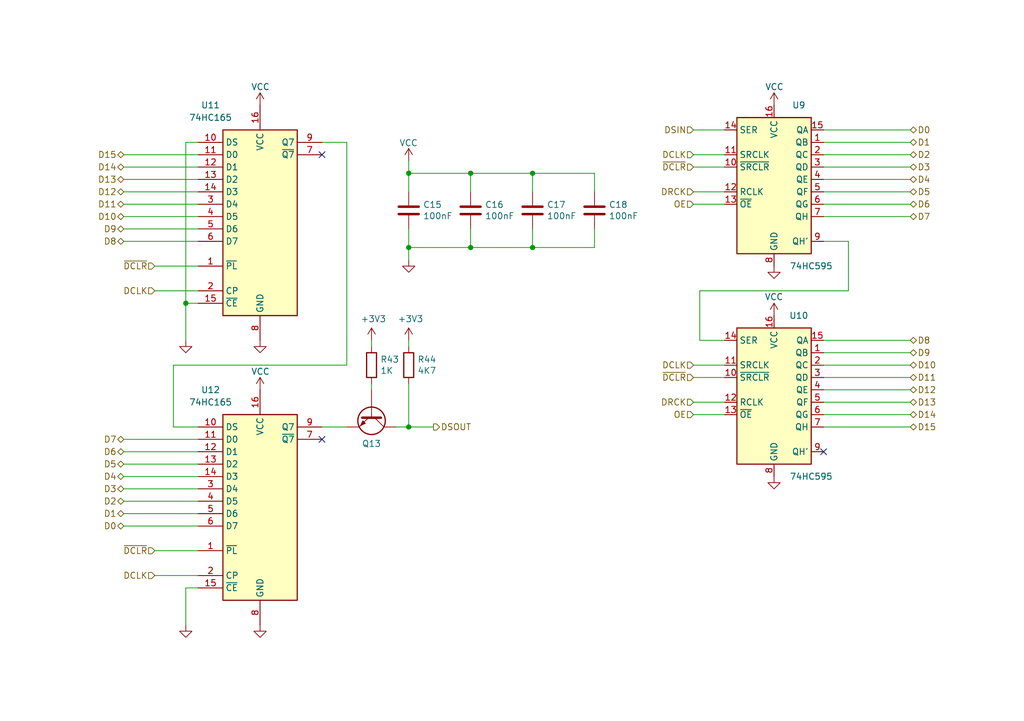
<source format=kicad_sch>
(kicad_sch (version 20211123) (generator eeschema)
  (paper "A5")
  (title_block (title "USB Flash/EPROM Programmer") (date "2022-04-27") (rev "v0.1.0 rev.E") (company "Robson Martins") (comment 1 "https://usbflashprog.robsonmartins.com"))
  (lib_symbols
    (symbol "74xx:74HC165"
      (property "Reference" "U" (at -7.62 19.05 0))
      (property "Value" "74HC165" (at -7.62 -21.59 0))
      (symbol "74HC165_1_0"
        (pin input line (at -12.7 -10.16 0) (length 5.08) (name "~{PL}") (number "1"))
        (pin input line (at -12.7 15.24 0) (length 5.08) (name "DS") (number "10"))
        (pin input line (at -12.7 12.7 0) (length 5.08) (name "D0") (number "11"))
        (pin input line (at -12.7 10.16 0) (length 5.08) (name "D1") (number "12"))
        (pin input line (at -12.7 7.62 0) (length 5.08) (name "D2") (number "13"))
        (pin input line (at -12.7 5.08 0) (length 5.08) (name "D3") (number "14"))
        (pin input line (at -12.7 -17.78 0) (length 5.08) (name "~{CE}") (number "15"))
        (pin power_in line (at 0 22.86 270) (length 5.08) (name "VCC") (number "16"))
        (pin input line (at -12.7 -15.24 0) (length 5.08) (name "CP") (number "2"))
        (pin input line (at -12.7 2.54 0) (length 5.08) (name "D4") (number "3"))
        (pin input line (at -12.7 0 0) (length 5.08) (name "D5") (number "4"))
        (pin input line (at -12.7 -2.54 0) (length 5.08) (name "D6") (number "5"))
        (pin input line (at -12.7 -5.08 0) (length 5.08) (name "D7") (number "6"))
        (pin output line (at 12.7 12.7 180) (length 5.08) (name "~{Q7}") (number "7"))
        (pin power_in line (at 0 -25.4 90) (length 5.08) (name "GND") (number "8"))
        (pin output line (at 12.7 15.24 180) (length 5.08) (name "Q7") (number "9"))
      )
      (symbol "74HC165_1_1"
        (rectangle (start -7.62 17.78) (end 7.62 -20.32) (stroke (width 0.254)) (fill (type background)))
      )
    )
    (symbol "74xx:74HC595"
      (property "Reference" "U" (at -7.62 13.97 0))
      (property "Value" "74HC595" (at -7.62 -16.51 0))
      (symbol "74HC595_1_0"
        (pin tri_state line (at 10.16 7.62 180) (length 2.54) (name "QB") (number "1"))
        (pin input line (at -10.16 2.54 0) (length 2.54) (name "~{SRCLR}") (number "10"))
        (pin input line (at -10.16 5.08 0) (length 2.54) (name "SRCLK") (number "11"))
        (pin input line (at -10.16 -2.54 0) (length 2.54) (name "RCLK") (number "12"))
        (pin input line (at -10.16 -5.08 0) (length 2.54) (name "~{OE}") (number "13"))
        (pin input line (at -10.16 10.16 0) (length 2.54) (name "SER") (number "14"))
        (pin tri_state line (at 10.16 10.16 180) (length 2.54) (name "QA") (number "15"))
        (pin power_in line (at 0 15.24 270) (length 2.54) (name "VCC") (number "16"))
        (pin tri_state line (at 10.16 5.08 180) (length 2.54) (name "QC") (number "2"))
        (pin tri_state line (at 10.16 2.54 180) (length 2.54) (name "QD") (number "3"))
        (pin tri_state line (at 10.16 0 180) (length 2.54) (name "QE") (number "4"))
        (pin tri_state line (at 10.16 -2.54 180) (length 2.54) (name "QF") (number "5"))
        (pin tri_state line (at 10.16 -5.08 180) (length 2.54) (name "QG") (number "6"))
        (pin tri_state line (at 10.16 -7.62 180) (length 2.54) (name "QH") (number "7"))
        (pin power_in line (at 0 -17.78 90) (length 2.54) (name "GND") (number "8"))
        (pin output line (at 10.16 -12.7 180) (length 2.54) (name "QH'") (number "9"))
      )
      (symbol "74HC595_1_1"
        (rectangle (start -7.62 12.7) (end 7.62 -15.24) (stroke (width 0.254)) (fill (type background)))
      )
    )
    (symbol "Device:C" (pin_numbers hide) (pin_names (offset 0.254))
      (property "Reference" "C" (at 0.635 2.54 0))
      (property "Value" "C" (at 0.635 -2.54 0))
      (symbol "C_0_1"
        (polyline (pts (xy -2.032 -0.762) (xy 2.032 -0.762)) (stroke (width 0.508)))
        (polyline (pts (xy -2.032 0.762) (xy 2.032 0.762)) (stroke (width 0.508)))
      )
      (symbol "C_1_1"
        (pin passive line (at 0 3.81 270) (length 2.794) (name "~") (number "1"))
        (pin passive line (at 0 -3.81 90) (length 2.794) (name "~") (number "2"))
      )
    )
    (symbol "Device:R" (pin_numbers hide) (pin_names (offset 0))
      (property "Reference" "R" (at 2.032 0 90))
      (property "Value" "R" (at 0 0 90))
      (symbol "R_0_1"
        (rectangle (start -1.016 -2.54) (end 1.016 2.54) (stroke (width 0.254)))
      )
      (symbol "R_1_1"
        (pin passive line (at 0 3.81 270) (length 1.27) (name "~") (number "1"))
        (pin passive line (at 0 -3.81 90) (length 1.27) (name "~") (number "2"))
      )
    )
    (symbol "Transistor_BJT:BC547" (pin_numbers hide) (pin_names (offset 0) hide)
      (property "Reference" "Q" (at 5.08 1.905 0))
      (property "Value" "BC547" (at 5.08 0 0))
      (symbol "BC547_0_1"
        (polyline (pts (xy 0 0) (xy 0.635 0)))
        (polyline (pts (xy 0.635 0.635) (xy 2.54 2.54)))
        (polyline (pts (xy 0.635 -0.635) (xy 2.54 -2.54) (xy 2.54 -2.54)))
        (polyline (pts (xy 0.635 1.905) (xy 0.635 -1.905) (xy 0.635 -1.905)) (stroke (width 0.508)))
        (polyline (pts (xy 1.27 -1.778) (xy 1.778 -1.27) (xy 2.286 -2.286) (xy 1.27 -1.778) (xy 1.27 -1.778)) (fill (type outline)))
        (circle (center 1.27 0) (radius 2.8194) (stroke (width 0.254)))
      )
      (symbol "BC547_1_1"
        (pin passive line (at 2.54 5.08 270) (length 2.54) (name "C") (number "1"))
        (pin input line (at -5.08 0 0) (length 5.08) (name "B") (number "2"))
        (pin passive line (at 2.54 -5.08 90) (length 2.54) (name "E") (number "3"))
      )
    )
    (symbol "power:+3V3" (power) (pin_names (offset 0))
      (property "Value" "+3V3" (at 0 3.556 0))
      (symbol "+3V3_0_1"
        (polyline (pts (xy -0.762 1.27) (xy 0 2.54)))
        (polyline (pts (xy 0 0) (xy 0 2.54)))
        (polyline (pts (xy 0 2.54) (xy 0.762 1.27)))
      )
      (symbol "+3V3_1_1"
        (pin power_in line (at 0 0 90) (length 0) hide (name "+3V3") (number "1"))
      )
    )
    (symbol "power:GND" (power) (pin_names (offset 0))
      (property "Value" "GND" (at 0 -3.81 0))
      (symbol "GND_0_1"
        (polyline (pts (xy 0 0) (xy 0 -1.27) (xy 1.27 -1.27) (xy 0 -2.54) (xy -1.27 -1.27) (xy 0 -1.27)))
      )
      (symbol "GND_1_1"
        (pin power_in line (at 0 0 270) (length 0) hide (name "GND") (number "1"))
      )
    )
    (symbol "power:VCC" (power) (pin_names (offset 0))
      (property "Value" "VCC" (at 0 3.81 0))
      (symbol "VCC_0_1"
        (polyline (pts (xy -0.762 1.27) (xy 0 2.54)))
        (polyline (pts (xy 0 0) (xy 0 2.54)))
        (polyline (pts (xy 0 2.54) (xy 0.762 1.27)))
      )
      (symbol "VCC_1_1"
        (pin power_in line (at 0 0 90) (length 0) hide (name "VCC") (number "1"))
      )
    )
  )
  (junction (at 109.22 50.8))
  (junction (at 83.82 50.8))
  (junction (at 96.52 35.56))
  (junction (at 83.82 87.63))
  (junction (at 109.22 35.56))
  (junction (at 38.1 62.23))
  (junction (at 96.52 50.8))
  (junction (at 83.82 35.56))
  (no_connect (at 66.04 31.75))
  (no_connect (at 168.91 92.71))
  (no_connect (at 66.04 90.17))
  (wire (pts (xy 25.4 92.71) (xy 40.64 92.71)))
  (wire (pts (xy 109.22 35.56) (xy 121.92 35.56)))
  (wire (pts (xy 168.91 31.75) (xy 186.69 31.75)))
  (wire (pts (xy 40.64 95.25) (xy 25.4 95.25)))
  (wire (pts (xy 168.91 36.83) (xy 186.69 36.83)))
  (wire (pts (xy 168.91 34.29) (xy 186.69 34.29)))
  (wire (pts (xy 142.24 34.29) (xy 148.59 34.29)))
  (wire (pts (xy 40.64 105.41) (xy 25.4 105.41)))
  (wire (pts (xy 142.24 26.67) (xy 148.59 26.67)))
  (wire (pts (xy 66.04 87.63) (xy 71.12 87.63)))
  (wire (pts (xy 83.82 53.34) (xy 83.82 50.8)))
  (wire (pts (xy 83.82 87.63) (xy 83.82 78.74)))
  (wire (pts (xy 31.75 59.69) (xy 40.64 59.69)))
  (wire (pts (xy 83.82 35.56) (xy 83.82 33.02)))
  (wire (pts (xy 66.04 29.21) (xy 71.12 29.21)))
  (wire (pts (xy 38.1 62.23) (xy 40.64 62.23)))
  (wire (pts (xy 109.22 50.8) (xy 121.92 50.8)))
  (wire (pts (xy 168.91 26.67) (xy 186.69 26.67)))
  (wire (pts (xy 168.91 74.93) (xy 186.69 74.93)))
  (wire (pts (xy 143.51 59.69) (xy 173.99 59.69)))
  (wire (pts (xy 121.92 50.8) (xy 121.92 46.99)))
  (wire (pts (xy 96.52 35.56) (xy 109.22 35.56)))
  (wire (pts (xy 40.64 39.37) (xy 25.4 39.37)))
  (wire (pts (xy 142.24 77.47) (xy 148.59 77.47)))
  (wire (pts (xy 96.52 46.99) (xy 96.52 50.8)))
  (wire (pts (xy 148.59 69.85) (xy 143.51 69.85)))
  (wire (pts (xy 109.22 39.37) (xy 109.22 35.56)))
  (wire (pts (xy 31.75 54.61) (xy 40.64 54.61)))
  (wire (pts (xy 168.91 44.45) (xy 186.69 44.45)))
  (wire (pts (xy 40.64 100.33) (xy 25.4 100.33)))
  (wire (pts (xy 168.91 41.91) (xy 186.69 41.91)))
  (wire (pts (xy 168.91 82.55) (xy 186.69 82.55)))
  (wire (pts (xy 38.1 29.21) (xy 38.1 62.23)))
  (wire (pts (xy 96.52 39.37) (xy 96.52 35.56)))
  (wire (pts (xy 40.64 34.29) (xy 25.4 34.29)))
  (wire (pts (xy 76.2 80.01) (xy 76.2 78.74)))
  (wire (pts (xy 83.82 50.8) (xy 96.52 50.8)))
  (wire (pts (xy 31.75 113.03) (xy 40.64 113.03)))
  (wire (pts (xy 71.12 29.21) (xy 71.12 74.93)))
  (wire (pts (xy 31.75 118.11) (xy 40.64 118.11)))
  (wire (pts (xy 25.4 107.95) (xy 40.64 107.95)))
  (wire (pts (xy 143.51 69.85) (xy 143.51 59.69)))
  (wire (pts (xy 168.91 39.37) (xy 186.69 39.37)))
  (wire (pts (xy 25.4 36.83) (xy 40.64 36.83)))
  (wire (pts (xy 83.82 69.85) (xy 83.82 71.12)))
  (wire (pts (xy 38.1 128.27) (xy 38.1 120.65)))
  (wire (pts (xy 121.92 35.56) (xy 121.92 39.37)))
  (wire (pts (xy 83.82 39.37) (xy 83.82 35.56)))
  (wire (pts (xy 168.91 29.21) (xy 186.69 29.21)))
  (wire (pts (xy 25.4 46.99) (xy 40.64 46.99)))
  (wire (pts (xy 38.1 69.85) (xy 38.1 62.23)))
  (wire (pts (xy 142.24 31.75) (xy 148.59 31.75)))
  (wire (pts (xy 76.2 69.85) (xy 76.2 71.12)))
  (wire (pts (xy 81.28 87.63) (xy 83.82 87.63)))
  (wire (pts (xy 40.64 29.21) (xy 38.1 29.21)))
  (wire (pts (xy 35.56 87.63) (xy 40.64 87.63)))
  (wire (pts (xy 96.52 50.8) (xy 109.22 50.8)))
  (wire (pts (xy 40.64 90.17) (xy 25.4 90.17)))
  (wire (pts (xy 40.64 49.53) (xy 25.4 49.53)))
  (wire (pts (xy 83.82 35.56) (xy 96.52 35.56)))
  (wire (pts (xy 168.91 85.09) (xy 186.69 85.09)))
  (wire (pts (xy 71.12 74.93) (xy 35.56 74.93)))
  (wire (pts (xy 173.99 49.53) (xy 168.91 49.53)))
  (wire (pts (xy 25.4 41.91) (xy 40.64 41.91)))
  (wire (pts (xy 38.1 120.65) (xy 40.64 120.65)))
  (wire (pts (xy 142.24 39.37) (xy 148.59 39.37)))
  (wire (pts (xy 25.4 97.79) (xy 40.64 97.79)))
  (wire (pts (xy 168.91 87.63) (xy 186.69 87.63)))
  (wire (pts (xy 83.82 50.8) (xy 83.82 46.99)))
  (wire (pts (xy 168.91 77.47) (xy 186.69 77.47)))
  (wire (pts (xy 83.82 87.63) (xy 88.9 87.63)))
  (wire (pts (xy 142.24 85.09) (xy 148.59 85.09)))
  (wire (pts (xy 168.91 69.85) (xy 186.69 69.85)))
  (wire (pts (xy 40.64 44.45) (xy 25.4 44.45)))
  (wire (pts (xy 173.99 59.69) (xy 173.99 49.53)))
  (wire (pts (xy 25.4 102.87) (xy 40.64 102.87)))
  (wire (pts (xy 35.56 74.93) (xy 35.56 87.63)))
  (wire (pts (xy 168.91 72.39) (xy 186.69 72.39)))
  (wire (pts (xy 142.24 74.93) (xy 148.59 74.93)))
  (wire (pts (xy 25.4 31.75) (xy 40.64 31.75)))
  (wire (pts (xy 142.24 41.91) (xy 148.59 41.91)))
  (wire (pts (xy 109.22 50.8) (xy 109.22 46.99)))
  (wire (pts (xy 168.91 80.01) (xy 186.69 80.01)))
  (wire (pts (xy 142.24 82.55) (xy 148.59 82.55)))
  (hierarchical_label "D13" (shape bidirectional) (at 25.4 36.83 180))
  (hierarchical_label "D9" (shape bidirectional) (at 186.69 72.39 0))
  (hierarchical_label "DCLK" (shape input) (at 142.24 74.93 180))
  (hierarchical_label "D4" (shape bidirectional) (at 186.69 36.83 0))
  (hierarchical_label "D1" (shape bidirectional) (at 25.4 105.41 180))
  (hierarchical_label "D14" (shape bidirectional) (at 186.69 85.09 0))
  (hierarchical_label "D15" (shape bidirectional) (at 186.69 87.63 0))
  (hierarchical_label "D3" (shape bidirectional) (at 25.4 100.33 180))
  (hierarchical_label "DCLK" (shape input) (at 31.75 59.69 180))
  (hierarchical_label "D9" (shape bidirectional) (at 25.4 46.99 180))
  (hierarchical_label "D7" (shape bidirectional) (at 25.4 90.17 180))
  (hierarchical_label "D5" (shape bidirectional) (at 186.69 39.37 0))
  (hierarchical_label "D15" (shape bidirectional) (at 25.4 31.75 180))
  (hierarchical_label "D6" (shape bidirectional) (at 186.69 41.91 0))
  (hierarchical_label "D1" (shape bidirectional) (at 186.69 29.21 0))
  (hierarchical_label "D12" (shape bidirectional) (at 25.4 39.37 180))
  (hierarchical_label "DRCK" (shape input) (at 142.24 82.55 180))
  (hierarchical_label "D2" (shape bidirectional) (at 186.69 31.75 0))
  (hierarchical_label "D13" (shape bidirectional) (at 186.69 82.55 0))
  (hierarchical_label "D11" (shape bidirectional) (at 186.69 77.47 0))
  (hierarchical_label "D4" (shape bidirectional) (at 25.4 97.79 180))
  (hierarchical_label "~{DCLR}" (shape input) (at 142.24 34.29 180))
  (hierarchical_label "DCLK" (shape input) (at 142.24 31.75 180))
  (hierarchical_label "OE" (shape input) (at 142.24 41.91 180))
  (hierarchical_label "OE" (shape input) (at 142.24 85.09 180))
  (hierarchical_label "D0" (shape bidirectional) (at 25.4 107.95 180))
  (hierarchical_label "DCLK" (shape input) (at 31.75 118.11 180))
  (hierarchical_label "D8" (shape bidirectional) (at 186.69 69.85 0))
  (hierarchical_label "D0" (shape bidirectional) (at 186.69 26.67 0))
  (hierarchical_label "~{DCLR}" (shape input) (at 31.75 113.03 180))
  (hierarchical_label "DRCK" (shape input) (at 142.24 39.37 180))
  (hierarchical_label "D7" (shape bidirectional) (at 186.69 44.45 0))
  (hierarchical_label "D10" (shape bidirectional) (at 25.4 44.45 180))
  (hierarchical_label "D14" (shape bidirectional) (at 25.4 34.29 180))
  (hierarchical_label "D11" (shape bidirectional) (at 25.4 41.91 180))
  (hierarchical_label "D2" (shape bidirectional) (at 25.4 102.87 180))
  (hierarchical_label "D5" (shape bidirectional) (at 25.4 95.25 180))
  (hierarchical_label "DSIN" (shape input) (at 142.24 26.67 180))
  (hierarchical_label "DSOUT" (shape output) (at 88.9 87.63 0))
  (hierarchical_label "~{DCLR}" (shape input) (at 31.75 54.61 180))
  (hierarchical_label "D6" (shape bidirectional) (at 25.4 92.71 180))
  (hierarchical_label "D10" (shape bidirectional) (at 186.69 74.93 0))
  (hierarchical_label "~{DCLR}" (shape input) (at 142.24 77.47 180))
  (hierarchical_label "D8" (shape bidirectional) (at 25.4 49.53 180))
  (hierarchical_label "D3" (shape bidirectional) (at 186.69 34.29 0))
  (hierarchical_label "D12" (shape bidirectional) (at 186.69 80.01 0))
  (symbol (lib_id "74xx:74HC595") (at 158.75 36.83 0) (unit 1)
    (property "Reference" "U9" (at 163.83 21.59 0))
    (property "Value" "74HC595" (at 166.37 54.61 0))
    (property "Footprint" "Package_DIP:DIP-16_W7.62mm" (effects hide))
    (property "Datasheet" "http://www.ti.com/lit/ds/symlink/sn74hc595.pdf" (effects hide))
  )
  (symbol (lib_id "74xx:74HC595") (at 158.75 80.01 0) (unit 1)
    (property "Reference" "U10" (at 163.83 64.77 0))
    (property "Value" "74HC595" (at 166.37 97.79 0))
    (property "Footprint" "Package_DIP:DIP-16_W7.62mm" (effects hide))
    (property "Datasheet" "http://www.ti.com/lit/ds/symlink/sn74hc595.pdf" (effects hide))
  )
  (symbol (lib_id "power:GND") (at 158.75 54.61 0) (unit 1)
    (property "Reference" "#PWR061" (effects hide))
    (property "Value" "GND" (effects hide))
  )
  (symbol (lib_id "power:GND") (at 158.75 97.79 0) (unit 1)
    (property "Reference" "#PWR063" (effects hide))
    (property "Value" "GND" (effects hide))
  )
  (symbol (lib_id "power:VCC") (at 158.75 21.59 0) (unit 1)
    (property "Reference" "#PWR060" (effects hide))
    (property "Value" "VCC" (at 158.8262 17.8308 0))
  )
  (symbol (lib_id "power:VCC") (at 158.75 64.77 0) (unit 1)
    (property "Reference" "#PWR062" (effects hide))
    (property "Value" "VCC" (at 158.7246 60.9346 0))
  )
  (symbol (lib_id "Device:C") (at 83.82 43.18 0) (unit 1)
    (property "Reference" "C15" (at 86.741 42.0116 0) (effects (justify left)))
    (property "Value" "100nF" (at 86.741 44.323 0) (effects (justify left)))
    (property "Footprint" "Capacitor_THT:C_Disc_D6.0mm_W2.5mm_P5.00mm" (effects hide))
  )
  (symbol (lib_id "power:GND") (at 83.82 53.34 0) (unit 1)
    (property "Reference" "#PWR059" (effects hide))
    (property "Value" "GND" (effects hide))
  )
  (symbol (lib_id "power:VCC") (at 83.82 33.02 0) (unit 1)
    (property "Reference" "#PWR058" (effects hide))
    (property "Value" "VCC" (at 83.7946 29.337 0))
  )
  (symbol (lib_id "Device:C") (at 96.52 43.18 0) (unit 1)
    (property "Reference" "C16" (at 99.441 42.0116 0) (effects (justify left)))
    (property "Value" "100nF" (at 99.441 44.323 0) (effects (justify left)))
    (property "Footprint" "Capacitor_THT:C_Disc_D6.0mm_W2.5mm_P5.00mm" (effects hide))
  )
  (symbol (lib_id "Device:C") (at 109.22 43.18 0) (unit 1)
    (property "Reference" "C17" (at 112.141 42.0116 0) (effects (justify left)))
    (property "Value" "100nF" (at 112.141 44.323 0) (effects (justify left)))
    (property "Footprint" "Capacitor_THT:C_Disc_D6.0mm_W2.5mm_P5.00mm" (effects hide))
  )
  (symbol (lib_id "74xx:74HC165") (at 53.34 44.45 0) (unit 1)
    (property "Reference" "U11" (at 43.18 21.59 0))
    (property "Value" "74HC165" (at 43.18 24.13 0))
    (property "Footprint" "Package_DIP:DIP-16_W7.62mm" (effects hide))
    (property "Datasheet" "https://assets.nexperia.com/documents/data-sheet/74HC_HCT165.pdf" (effects hide))
  )
  (symbol (lib_id "power:GND") (at 53.34 69.85 0) (unit 1)
    (property "Reference" "#PWR067" (effects hide))
    (property "Value" "GND" (effects hide))
  )
  (symbol (lib_id "power:VCC") (at 53.34 21.59 0) (unit 1)
    (property "Reference" "#PWR066" (effects hide))
    (property "Value" "VCC" (at 53.4162 17.8308 0))
  )
  (symbol (lib_id "74xx:74HC165") (at 53.34 102.87 0) (unit 1)
    (property "Reference" "U12" (at 43.18 80.01 0))
    (property "Value" "74HC165" (at 43.18 82.55 0))
    (property "Footprint" "Package_DIP:DIP-16_W7.62mm" (effects hide))
    (property "Datasheet" "https://assets.nexperia.com/documents/data-sheet/74HC_HCT165.pdf" (effects hide))
  )
  (symbol (lib_id "power:GND") (at 53.34 128.27 0) (unit 1)
    (property "Reference" "#PWR069" (effects hide))
    (property "Value" "GND" (effects hide))
  )
  (symbol (lib_id "power:VCC") (at 53.34 80.01 0) (unit 1)
    (property "Reference" "#PWR068" (effects hide))
    (property "Value" "VCC" (at 53.4162 76.2508 0))
  )
  (symbol (lib_id "power:GND") (at 38.1 128.27 0) (unit 1)
    (property "Reference" "#PWR065" (effects hide))
    (property "Value" "GND" (effects hide))
  )
  (symbol (lib_id "power:GND") (at 38.1 69.85 0) (unit 1)
    (property "Reference" "#PWR064" (effects hide))
    (property "Value" "GND" (effects hide))
  )
  (symbol (lib_id "Device:C") (at 121.92 43.18 0) (unit 1)
    (property "Reference" "C18" (at 124.841 42.0116 0) (effects (justify left)))
    (property "Value" "100nF" (at 124.841 44.323 0) (effects (justify left)))
    (property "Footprint" "Capacitor_THT:C_Disc_D6.0mm_W2.5mm_P5.00mm" (effects hide))
  )
  (symbol (lib_id "Transistor_BJT:BC547") (at 76.2 85.09 270) (unit 1)
    (property "Reference" "Q13" (at 76.2 91.059 90))
    (property "Datasheet" "https://www.onsemi.com/pub/Collateral/BC550-D.pdf" (effects hide))
  )
  (symbol (lib_id "Device:R") (at 76.2 74.93 0) (unit 1)
    (property "Reference" "R43" (at 77.978 73.7616 0) (effects (justify left)))
    (property "Value" "1K" (at 77.978 76.073 0) (effects (justify left)))
    (property "Footprint" "Resistor_THT:R_Axial_DIN0207_L6.3mm_D2.5mm_P10.16mm_Horizontal" (effects hide))
  )
  (symbol (lib_id "power:+3V3") (at 76.2 69.85 0) (unit 1)
    (property "Reference" "#PWR070" (effects hide))
    (property "Value" "+3V3" (at 76.581 65.4558 0))
  )
  (symbol (lib_id "Device:R") (at 83.82 74.93 0) (unit 1)
    (property "Reference" "R44" (at 85.598 73.7616 0) (effects (justify left)))
    (property "Value" "4K7" (at 85.598 76.073 0) (effects (justify left)))
    (property "Footprint" "Resistor_THT:R_Axial_DIN0207_L6.3mm_D2.5mm_P10.16mm_Horizontal" (effects hide))
  )
  (symbol (lib_id "power:+3V3") (at 83.82 69.85 0) (unit 1)
    (property "Reference" "#PWR071" (effects hide))
    (property "Value" "+3V3" (at 84.201 65.4558 0))
  )
)
</source>
